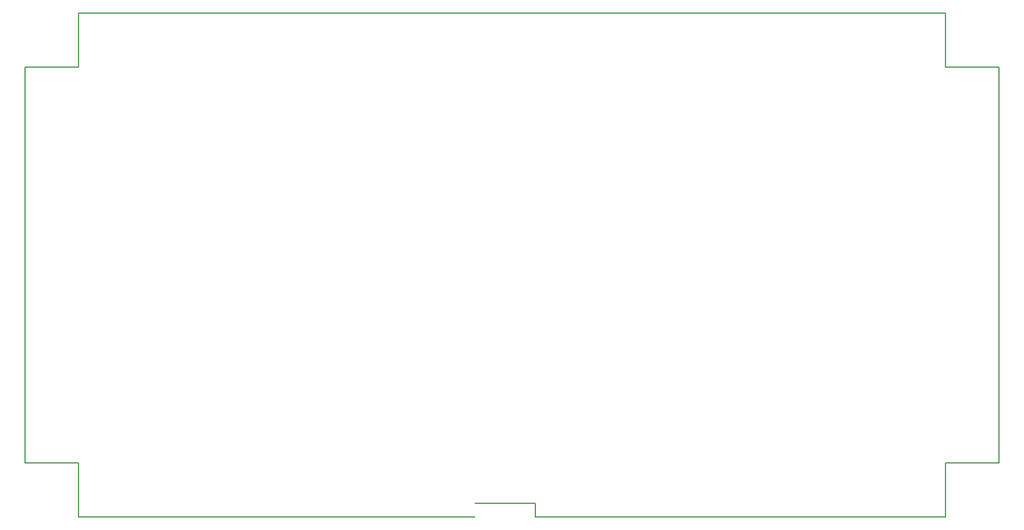
<source format=gm1>
G04 #@! TF.FileFunction,Profile,NP*
%FSLAX46Y46*%
G04 Gerber Fmt 4.6, Leading zero omitted, Abs format (unit mm)*
G04 Created by KiCad (PCBNEW 4.0.6) date 02/16/18 16:32:41*
%MOMM*%
%LPD*%
G01*
G04 APERTURE LIST*
%ADD10C,0.100000*%
%ADD11C,0.150000*%
G04 APERTURE END LIST*
D10*
D11*
X146600000Y-133400000D02*
X207600000Y-133400000D01*
X146600000Y-131400000D02*
X146600000Y-133400000D01*
X137600000Y-131400000D02*
X146600000Y-131400000D01*
X78600000Y-133400000D02*
X137600000Y-133400000D01*
X78600000Y-66400000D02*
X78600000Y-58400000D01*
X70600000Y-66400000D02*
X78600000Y-66400000D01*
X70600000Y-125400000D02*
X70600000Y-66400000D01*
X78600000Y-125400000D02*
X70600000Y-125400000D01*
X78600000Y-133400000D02*
X78600000Y-125400000D01*
X207600000Y-125400000D02*
X207600000Y-133400000D01*
X215600000Y-125400000D02*
X207600000Y-125400000D01*
X215600000Y-66400000D02*
X215600000Y-125400000D01*
X207600000Y-66400000D02*
X215600000Y-66400000D01*
X207600000Y-58400000D02*
X207600000Y-66400000D01*
X78600000Y-58400000D02*
X207600000Y-58400000D01*
M02*

</source>
